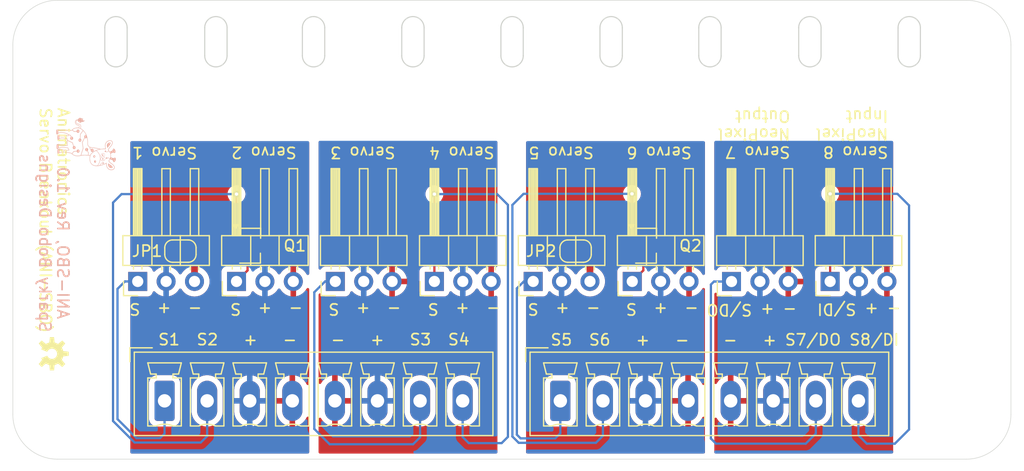
<source format=kicad_pcb>
(kicad_pcb (version 20240108) (generator "pcbnew") (generator_version "8.0")
  (title_block (title "Animatronics - Servo Breakout (ANI-SBO)") (date "2025-02-09") (rev "1.0") (company "Sparky Bobo Designs") (comment 2 "Designed by: SparkyBobo") (comment 3 "https://creativecommons.org/licenses/by-sa/4.0/") (comment 4 "Released under the Creative Commons Attribution Share-Alike 4.0 License"))
  (layers (0 "F.Cu" signal) (31 "B.Cu" signal) (34 "B.Paste" user) (35 "F.Paste" user) (36 "B.SilkS" user "B.Silkscreen") (37 "F.SilkS" user "F.Silkscreen") (38 "B.Mask" user) (39 "F.Mask" user) (44 "Edge.Cuts" user))
  (net 0 "")
  (net 1 "Net-(J1-Pin_2)")
  (net 2 "Net-(J1-Pin_1)")
  (net 3 "Net-(J1-Pin_3)")
  (net 4 "Net-(J2-Pin_3)")
  (net 5 "Net-(J2-Pin_1)")
  (net 6 "Net-(J2-Pin_4)")
  (net 7 "Net-(J2-Pin_5)")
  (net 8 "Net-(J2-Pin_2)")
  (net 9 "Net-(J1-Pin_4)")
  (net 10 "Net-(J1-Pin_5)")
  (net 11 "Net-(J1-Pin_8)")
  (net 12 "Net-(J1-Pin_7)")
  (net 13 "Net-(J1-Pin_6)")
  (net 14 "Net-(J2-Pin_6)")
  (net 15 "Net-(J2-Pin_8)")
  (net 16 "Net-(J2-Pin_7)")
  (net 17 "Net-(JP1-A)")
  (net 18 "Net-(JP2-A)")
  (footprint "Package_TO_SOT_SMD:TSOT-23_HandSoldering" (layer "F.Cu") (at 140.1064 94.1832)
    (property "Reference" "Q1" (at 4.0214 0 0) (layer "F.SilkS"))
    (property "Value" "DMN3404L")
    (pad "1" smd roundrect (at -1.71 -0.95) (size 2 0.65) (layers "F.Cu" "F.Paste" "F.Mask") (net 1 "Net-(J1-Pin_2)"))
    (pad "2" smd roundrect (at -1.71 0.95) (size 2 0.65) (layers "F.Cu" "F.Paste" "F.Mask") (net 17 "Net-(JP1-A)"))
    (pad "3" smd roundrect (at 1.71 0) (size 2 0.65) (layers "F.Cu" "F.Paste" "F.Mask") (net 9 "Net-(J1-Pin_4)"))
  )
  (footprint "Connector_PinHeader_2.54mm:PinHeader_1x03_P2.54mm_Horizontal" (layer "F.Cu") (at 192.024 97.3836 90)
    (property "Reference" "M8" (hide yes))
    (property "Value" "Servo 8")
    (pad "1" thru_hole rect (at 0 0 90) (size 1.7 1.7) (drill 1) (layers "*.Cu" "*.Mask") (net 15 "Net-(J2-Pin_8)"))
    (pad "2" thru_hole oval (at 0 2.54 90) (size 1.7 1.7) (drill 1) (layers "*.Cu" "*.Mask") (net 14 "Net-(J2-Pin_6)"))
    (pad "3" thru_hole oval (at 0 5.08 90) (size 1.7 1.7) (drill 1) (layers "*.Cu" "*.Mask") (net 7 "Net-(J2-Pin_5)"))
  )
  (footprint "Connector_Phoenix_MC:PhoenixContact_MCV_1,5_8-G-3.81_1x08_P3.81mm_Vertical" (layer "F.Cu") (at 132.4752 108.077)
    (property "Reference" "J1" (hide yes))
    (property "Value" "Servos 1-4")
    (pad "1" thru_hole roundrect (at 0 0) (size 1.8 3.6) (drill 1.2) (layers "*.Cu" "*.Mask") (roundrect_rratio 0.138889) (net 2 "Net-(J1-Pin_1)"))
    (pad "2" thru_hole oval (at 3.81 0) (size 1.8 3.6) (drill 1.2) (layers "*.Cu" "*.Mask") (net 1 "Net-(J1-Pin_2)"))
    (pad "3" thru_hole oval (at 7.62 0) (size 1.8 3.6) (drill 1.2) (layers "*.Cu" "*.Mask") (net 3 "Net-(J1-Pin_3)"))
    (pad "4" thru_hole oval (at 11.43 0) (size 1.8 3.6) (drill 1.2) (layers "*.Cu" "*.Mask") (net 9 "Net-(J1-Pin_4)"))
    (pad "5" thru_hole oval (at 15.24 0) (size 1.8 3.6) (drill 1.2) (layers "*.Cu" "*.Mask") (net 10 "Net-(J1-Pin_5)"))
    (pad "6" thru_hole oval (at 19.05 0) (size 1.8 3.6) (drill 1.2) (layers "*.Cu" "*.Mask") (net 13 "Net-(J1-Pin_6)"))
    (pad "7" thru_hole oval (at 22.86 0) (size 1.8 3.6) (drill 1.2) (layers "*.Cu" "*.Mask") (net 12 "Net-(J1-Pin_7)"))
    (pad "8" thru_hole oval (at 26.67 0) (size 1.8 3.6) (drill 1.2) (layers "*.Cu" "*.Mask") (net 11 "Net-(J1-Pin_8)"))
  )
  (footprint "Package_TO_SOT_SMD:TSOT-23_HandSoldering" (layer "F.Cu") (at 175.5312 94.1832)
    (property "Reference" "Q2" (at 3.996 0 0) (layer "F.SilkS"))
    (property "Value" "DMN3404L")
    (pad "1" smd roundrect (at -1.71 -0.95) (size 2 0.65) (layers "F.Cu" "F.Paste" "F.Mask") (net 8 "Net-(J2-Pin_2)"))
    (pad "2" smd roundrect (at -1.71 0.95) (size 2 0.65) (layers "F.Cu" "F.Paste" "F.Mask") (net 18 "Net-(JP2-A)"))
    (pad "3" smd roundrect (at 1.71 0) (size 2 0.65) (layers "F.Cu" "F.Paste" "F.Mask") (net 6 "Net-(J2-Pin_4)"))
  )
  (footprint "Connector_PinHeader_2.54mm:PinHeader_1x03_P2.54mm_Horizontal" (layer "F.Cu") (at 183.1998 97.3898 90)
    (property "Reference" "M7" (hide yes))
    (property "Value" "Servo 7")
    (pad "1" thru_hole rect (at 0 0 90) (size 1.7 1.7) (drill 1) (layers "*.Cu" "*.Mask") (net 16 "Net-(J2-Pin_7)"))
    (pad "2" thru_hole oval (at 0 2.54 90) (size 1.7 1.7) (drill 1) (layers "*.Cu" "*.Mask") (net 14 "Net-(J2-Pin_6)"))
    (pad "3" thru_hole oval (at 0 5.08 90) (size 1.7 1.7) (drill 1) (layers "*.Cu" "*.Mask") (net 7 "Net-(J2-Pin_5)"))
  )
  (footprint "Connector_PinHeader_2.54mm:PinHeader_1x03_P2.54mm_Horizontal" (layer "F.Cu") (at 156.6164 97.3836 90)
    (property "Reference" "M4" (hide yes))
    (property "Value" "Servo 4")
    (pad "1" thru_hole rect (at 0 0 90) (size 1.7 1.7) (drill 1) (layers "*.Cu" "*.Mask") (net 11 "Net-(J1-Pin_8)"))
    (pad "2" thru_hole oval (at 0 2.54 90) (size 1.7 1.7) (drill 1) (layers "*.Cu" "*.Mask") (net 13 "Net-(J1-Pin_6)"))
    (pad "3" thru_hole oval (at 0 5.08 90) (size 1.7 1.7) (drill 1) (layers "*.Cu" "*.Mask") (net 10 "Net-(J1-Pin_5)"))
  )
  (footprint "MountingHole:MountingHole_3.2mm_M3" (layer "F.Cu") (at 204.2 76.2)
    (property "Reference" "H2" (hide yes))
    (property "Value" "MountingHole")
    (pad "" np_thru_hole circle (at 0 0) (size 3.2 3.2) (drill 3.2) (layers "*.Cu" "*.Mask"))
  )
  (footprint "MountingHole:MountingHole_3.2mm_M3" (layer "F.Cu") (at 122.9 109.3)
    (property "Reference" "H3" (hide yes))
    (property "Value" "MountingHole")
    (pad "" np_thru_hole circle (at 0 0) (size 3.2 3.2) (drill 3.2) (layers "F&B.Cu" "*.Mask"))
  )
  (footprint "Connector_PinHeader_2.54mm:PinHeader_1x03_P2.54mm_Horizontal" (layer "F.Cu") (at 147.7518 97.3836 90)
    (property "Reference" "M3" (hide yes))
    (property "Value" "Servo 3")
    (pad "1" thru_hole rect (at 0 0 90) (size 1.7 1.7) (drill 1) (layers "*.Cu" "*.Mask") (net 12 "Net-(J1-Pin_7)"))
    (pad "2" thru_hole oval (at 0 2.54 90) (size 1.7 1.7) (drill 1) (layers "*.Cu" "*.Mask") (net 13 "Net-(J1-Pin_6)"))
    (pad "3" thru_hole oval (at 0 5.08 90) (size 1.7 1.7) (drill 1) (layers "*.Cu" "*.Mask") (net 10 "Net-(J1-Pin_5)"))
  )
  (footprint "MountingHole:MountingHole_3.2mm_M3" (layer "F.Cu") (at 122.9 76.2)
    (property "Reference" "H1" (hide yes))
    (property "Value" "MountingHole")
    (pad "" np_thru_hole circle (at 0 0) (size 3.2 3.2) (drill 3.2) (layers "*.Cu" "*.Mask"))
  )
  (footprint "MountingHole:MountingHole_3.2mm_M3" (layer "F.Cu") (at 204.231399 109.3012)
    (property "Reference" "H4" (hide yes))
    (property "Value" "MountingHole")
    (pad "" np_thru_hole circle (at 0 0) (size 3.2 3.2) (drill 3.2) (layers "*.Cu" "*.Mask"))
  )
  (footprint "footprints:OSHW-LOGO-S" (layer "F.Cu") (at 122.40133 103.8606 -90)
    (property "Reference" "" (at 0 0 90) (layer "F.SilkS") (effects (font (size 1.524 1.524))))
    (property "Value" "" (at 0 0 90) (layer "F.SilkS") (effects (font (size 1.524 1.524))))
  )
  (footprint "Jumper:SolderJumper-2_P1.3mm_Bridged2Bar_RoundedPad1.0x1.5mm" (layer "F.Cu") (at 169.2506 94.6658 180)
    (property "Reference" "JP2" (at 3.0838 0 0) (layer "F.SilkS"))
    (property "Value" "Always-On")
    (fp_poly (pts (xy -0.25 0.2) (xy 0.25 0.2) (xy 0.25 0.6) (xy -0.25 0.6)) (fill solid) (layer "F.Cu"))
    (fp_poly (pts (xy -0.25 -0.6) (xy 0.25 -0.6) (xy 0.25 -0.2) (xy -0.25 -0.2)) (fill solid) (layer "F.Cu"))
    (pad "1" smd custom (at -0.65 0 180) (size 1 0.5) (layers "F.Cu" "F.Mask") (net 18 "Net-(JP2-A)") (options (clearance outline) (anchor rect)) (primitives (gr_circle (center 0 0.25) (end 0.5 0.25) (width 0) (fill yes)) (gr_circle (center 0 -0.25) (end 0.5 -0.25) (width 0) (fill yes)) (gr_poly (pts (xy 0.5 0.75) (xy 0 0.75) (xy 0 -0.75) (xy 0.5 -0.75)) (width 0) (fill yes))))
    (pad "2" smd custom (at 0.65 0 180) (size 1 0.5) (layers "F.Cu" "F.Mask") (net 6 "Net-(J2-Pin_4)") (options (clearance outline) (anchor rect)) (primitives (gr_circle (center 0 0.25) (end 0.5 0.25) (width 0) (fill yes)) (gr_circle (center 0 -0.25) (end 0.5 -0.25) (width 0) (fill yes)) (gr_poly (pts (xy 0 0.75) (xy -0.5 0.75) (xy -0.5 -0.75) (xy 0 -0.75)) (width 0) (fill yes))))
  )
  (footprint "Connector_Phoenix_MC:PhoenixContact_MCV_1,5_8-G-3.81_1x08_P3.81mm_Vertical" (layer "F.Cu") (at 167.8848 108.077)
    (property "Reference" "J2" (hide yes))
    (property "Value" "Servos 5-8")
    (pad "1" thru_hole roundrect (at 0 0) (size 1.8 3.6) (drill 1.2) (layers "*.Cu" "*.Mask") (roundrect_rratio 0.138889) (net 5 "Net-(J2-Pin_1)"))
    (pad "2" thru_hole oval (at 3.81 0) (size 1.8 3.6) (drill 1.2) (layers "*.Cu" "*.Mask") (net 8 "Net-(J2-Pin_2)"))
    (pad "3" thru_hole oval (at 7.62 0) (size 1.8 3.6) (drill 1.2) (layers "*.Cu" "*.Mask") (net 4 "Net-(J2-Pin_3)"))
    (pad "4" thru_hole oval (at 11.43 0) (size 1.8 3.6) (drill 1.2) (layers "*.Cu" "*.Mask") (net 6 "Net-(J2-Pin_4)"))
    (pad "5" thru_hole oval (at 15.24 0) (size 1.8 3.6) (drill 1.2) (layers "*.Cu" "*.Mask") (net 7 "Net-(J2-Pin_5)"))
    (pad "6" thru_hole oval (at 19.05 0) (size 1.8 3.6) (drill 1.2) (layers "*.Cu" "*.Mask") (net 14 "Net-(J2-Pin_6)"))
    (pad "7" thru_hole oval (at 22.86 0) (size 1.8 3.6) (drill 1.2) (layers "*.Cu" "*.Mask") (net 16 "Net-(J2-Pin_7)"))
    (pad "8" thru_hole oval (at 26.67 0) (size 1.8 3.6) (drill 1.2) (layers "*.Cu" "*.Mask") (net 15 "Net-(J2-Pin_8)"))
  )
  (footprint "Connector_PinHeader_2.54mm:PinHeader_1x03_P2.54mm_Horizontal" (layer "F.Cu") (at 138.9126 97.3836 90)
    (property "Reference" "M2" (hide yes))
    (property "Value" "Servo 2")
    (pad "1" thru_hole rect (at 0 0 90) (size 1.7 1.7) (drill 1) (layers "*.Cu" "*.Mask") (net 1 "Net-(J1-Pin_2)"))
    (pad "2" thru_hole oval (at 0 2.54 90) (size 1.7 1.7) (drill 1) (layers "*.Cu" "*.Mask") (net 3 "Net-(J1-Pin_3)"))
    (pad "3" thru_hole oval (at 0 5.08 90) (size 1.7 1.7) (drill 1) (layers "*.Cu" "*.Mask") (net 9 "Net-(J1-Pin_4)"))
  )
  (footprint "Connector_PinHeader_2.54mm:PinHeader_1x03_P2.54mm_Horizontal" (layer "F.Cu") (at 165.4556 97.3836 90)
    (property "Reference" "M5" (hide yes))
    (property "Value" "Servo 5")
    (pad "1" thru_hole rect (at 0 0 90) (size 1.7 1.7) (drill 1) (layers "*.Cu" "*.Mask") (net 5 "Net-(J2-Pin_1)"))
    (pad "2" thru_hole oval (at 0 2.54 90) (size 1.7 1.7) (drill 1) (layers "*.Cu" "*.Mask") (net 4 "Net-(J2-Pin_3)"))
    (pad "3" thru_hole oval (at 0 5.08 90) (size 1.7 1.7) (drill 1) (layers "*.Cu" "*.Mask") (net 18 "Net-(JP2-A)"))
  )
  (footprint "Connector_PinHeader_2.54mm:PinHeader_1x03_P2.54mm_Horizontal" (layer "F.Cu") (at 174.3202 97.3836 90)
    (property "Reference" "M6" (hide yes))
    (property "Value" "Servo 6")
    (pad "1" thru_hole rect (at 0 0 90) (size 1.7 1.7) (drill 1) (layers "*.Cu" "*.Mask") (net 8 "Net-(J2-Pin_2)"))
    (pad "2" thru_hole oval (at 0 2.54 90) (size 1.7 1.7) (drill 1) (layers "*.Cu" "*.Mask") (net 4 "Net-(J2-Pin_3)"))
    (pad "3" thru_hole oval (at 0 5.08 90) (size 1.7 1.7) (drill 1) (layers "*.Cu" "*.Mask") (net 6 "Net-(J2-Pin_4)"))
  )
  (footprint "Connector_PinHeader_2.54mm:PinHeader_1x03_P2.54mm_Horizontal" (layer "F.Cu") (at 130.0734 97.3836 90)
    (property "Reference" "M1" (hide yes))
    (property "Value" "Servo 1")
    (pad "1" thru_hole rect (at 0 0 90) (size 1.7 1.7) (drill 1) (layers "*.Cu" "*.Mask") (net 2 "Net-(J1-Pin_1)"))
    (pad "2" thru_hole oval (at 0 2.54 90) (size 1.7 1.7) (drill 1) (layers "*.Cu" "*.Mask") (net 3 "Net-(J1-Pin_3)"))
    (pad "3" thru_hole oval (at 0 5.08 90) (size 1.7 1.7) (drill 1) (layers "*.Cu" "*.Mask") (net 17 "Net-(JP1-A)"))
  )
  (footprint "Jumper:SolderJumper-2_P1.3mm_Bridged2Bar_RoundedPad1.0x1.5mm" (layer "F.Cu") (at 133.8938 94.6658 180)
    (property "Reference" "JP1" (at 2.9822 0 0) (layer "F.SilkS"))
    (property "Value" "Always-On")
    (fp_poly (pts (xy -0.25 0.2) (xy 0.25 0.2) (xy 0.25 0.6) (xy -0.25 0.6)) (fill solid) (layer "F.Cu"))
    (fp_poly (pts (xy -0.25 -0.6) (xy 0.25 -0.6) (xy 0.25 -0.2) (xy -0.25 -0.2)) (fill solid) (layer "F.Cu"))
    (pad "1" smd custom (at -0.65 0 180) (size 1 0.5) (layers "F.Cu" "F.Mask") (net 17 "Net-(JP1-A)") (options (clearance outline) (anchor rect)) (primitives (gr_circle (center 0 0.25) (end 0.5 0.25) (width 0) (fill yes)) (gr_circle (center 0 -0.25) (end 0.5 -0.25) (width 0) (fill yes)) (gr_poly (pts (xy 0.5 0.75) (xy 0 0.75) (xy 0 -0.75) (xy 0.5 -0.75)) (width 0) (fill yes))))
    (pad "2" smd custom (at 0.65 0 180) (size 1 0.5) (layers "F.Cu" "F.Mask") (net 9 "Net-(J1-Pin_4)") (options (clearance outline) (anchor rect)) (primitives (gr_circle (center 0 0.25) (end 0.5 0.25) (width 0) (fill yes)) (gr_circle (center 0 -0.25) (end 0.5 -0.25) (width 0) (fill yes)) (gr_poly (pts (xy 0 0.75) (xy -0.5 0.75) (xy -0.5 -0.75) (xy 0 -0.75)) (width 0) (fill yes))))
  )
  (footprint "footprints:logo_cr_5x5" (layer "B.Cu") (at 125.4506 85.0646 90)
    (property "Reference" "G***" (hide yes))
    (property "Value" "LOGO" (hide yes))
  )
  (gr_line (start 180.2704 74.66) (end 180.2704 77.1652) (stroke (width 0.1)) (layer "Edge.Cuts"))
  (gr_arc (start 204.2 72.2) (mid 207.028427 73.371573) (end 208.2 76.2) (stroke (width 0.05)) (layer "Edge.Cuts"))
  (gr_line (start 200.1012 74.66) (end 200.1012 77.1652) (stroke (width 0.1)) (layer "Edge.Cuts"))
  (gr_arc (start 138.0678 77.1652) (mid 137.0678 78.1652) (end 136.0678 77.1652) (stroke (width 0.1)) (layer "Edge.Cuts"))
  (gr_line (start 127.127 74.66) (end 127.127 77.1652) (stroke (width 0.1)) (layer "Edge.Cuts"))
  (gr_line (start 138.0678 74.66) (end 138.0678 77.1652) (stroke (width 0.1)) (layer "Edge.Cuts"))
  (gr_arc (start 189.2112 74.66) (mid 190.2112 73.66) (end 191.2112 74.66) (stroke (width 0.1)) (layer "Edge.Cuts"))
  (gr_arc (start 136.0678 74.66) (mid 137.0678 73.66) (end 138.0678 74.66) (stroke (width 0.1)) (layer "Edge.Cuts"))
  (gr_arc (start 200.1012 77.1652) (mid 199.1012 78.1652) (end 198.1012 77.1652) (stroke (width 0.1)) (layer "Edge.Cuts"))
  (gr_line (start 204.2 113.3) (end 122.9 113.3) (stroke (width 0.05)) (layer "Edge.Cuts"))
  (gr_line (start 164.5666 74.66) (end 164.5666 77.1652) (stroke (width 0.1)) (layer "Edge.Cuts"))
  (gr_line (start 198.1012 74.66) (end 198.1012 77.1652) (stroke (width 0.1)) (layer "Edge.Cuts"))
  (gr_arc (start 191.2112 77.1652) (mid 190.2112 78.1652) (end 189.2112 77.1652) (stroke (width 0.1)) (layer "Edge.Cuts"))
  (gr_line (start 173.4312 74.66) (end 173.4312 77.1652) (stroke (width 0.1)) (layer "Edge.Cuts"))
  (gr_line (start 191.2112 74.66) (end 191.2112 77.1652) (stroke (width 0.1)) (layer "Edge.Cuts"))
  (gr_line (start 153.6954 74.66) (end 153.6954 77.1652) (stroke (width 0.1)) (layer "Edge.Cuts"))
  (gr_arc (start 129.127 77.1652) (mid 128.127 78.1652) (end 127.127 77.1652) (stroke (width 0.1)) (layer "Edge.Cuts"))
  (gr_line (start 136.0678 74.66) (end 136.0678 77.1652) (stroke (width 0.1)) (layer "Edge.Cuts"))
  (gr_line (start 155.6954 74.66) (end 155.6954 77.1652) (stroke (width 0.1)) (layer "Edge.Cuts"))
  (gr_arc (start 155.6954 77.1652) (mid 154.6954 78.1652) (end 153.6954 77.1652) (stroke (width 0.1)) (layer "Edge.Cuts"))
  (gr_arc (start 118.9 76.2) (mid 120.071573 73.371573) (end 122.9 72.2) (stroke (width 0.05)) (layer "Edge.Cuts"))
  (gr_line (start 182.2704 74.66) (end 182.2704 77.1652) (stroke (width 0.1)) (layer "Edge.Cuts"))
  (gr_arc (start 162.5666 74.66) (mid 163.5666 73.66) (end 164.5666 74.66) (stroke (width 0.1)) (layer "Edge.Cuts"))
  (gr_line (start 144.8054 74.66) (end 144.8054 77.1652) (stroke (width 0.1)) (layer "Edge.Cuts"))
  (gr_arc (start 146.8054 77.1652) (mid 145.8054 78.1652) (end 144.8054 77.1652) (stroke (width 0.1)) (layer "Edge.Cuts"))
  (gr_arc (start 164.5666 77.1652) (mid 163.5666 78.1652) (end 162.5666 77.1652) (stroke (width 0.1)) (layer "Edge.Cuts"))
  (gr_arc (start 153.6954 74.66) (mid 154.6954 73.66) (end 155.6954 74.66) (stroke (width 0.1)) (layer "Edge.Cuts"))
  (gr_arc (start 144.8054 74.66) (mid 145.8054 73.66) (end 146.8054 74.66) (stroke (width 0.1)) (layer "Edge.Cuts"))
  (gr_line (start 171.4312 74.66) (end 171.4312 77.1652) (stroke (width 0.1)) (layer "Edge.Cuts"))
  (gr_arc (start 171.4312 74.66) (mid 172.4312 73.66) (end 173.4312 74.66) (stroke (width 0.1)) (layer "Edge.Cuts"))
  (gr_line (start 118.9 109.3) (end 118.9 76.2) (stroke (width 0.05)) (layer "Edge.Cuts"))
  (gr_line (start 208.2 76.2) (end 208.2 109.3) (stroke (width 0.05)) (layer "Edge.Cuts"))
  (gr_line (start 129.127 74.66) (end 129.127 77.1652) (stroke (width 0.1)) (layer "Edge.Cuts"))
  (gr_line (start 122.9 72.2) (end 204.2 72.2) (stroke (width 0.05)) (layer "Edge.Cuts"))
  (gr_arc (start 198.1012 74.66) (mid 199.1012 73.66) (end 200.1012 74.66) (stroke (width 0.1)) (layer "Edge.Cuts"))
  (gr_arc (start 122.9 113.3) (mid 120.071573 112.128427) (end 118.9 109.3) (stroke (width 0.05)) (layer "Edge.Cuts"))
  (gr_line (start 162.5666 74.66) (end 162.5666 77.1652) (stroke (width 0.1)) (layer "Edge.Cuts"))
  (gr_arc (start 182.2704 77.1652) (mid 181.2704 78.1652) (end 180.2704 77.1652) (stroke (width 0.1)) (layer "Edge.Cuts"))
  (gr_line (start 189.2112 74.66) (end 189.2112 77.1652) (stroke (width 0.1)) (layer "Edge.Cuts"))
  (gr_arc (start 180.2704 74.66) (mid 181.2704 73.66) (end 182.2704 74.66) (stroke (width 0.1)) (layer "Edge.Cuts"))
  (gr_line (start 146.8054 74.66) (end 146.8054 77.1652) (stroke (width 0.1)) (layer "Edge.Cuts"))
  (gr_arc (start 208.2 109.3) (mid 207.028427 112.128427) (end 204.2 113.3) (stroke (width 0.05)) (layer "Edge.Cuts"))
  (gr_arc (start 127.127 74.66) (mid 128.127 73.66) (end 129.127 74.66) (stroke (width 0.1)) (layer "Edge.Cuts"))
  (gr_arc (start 173.4312 77.1652) (mid 172.4312 78.1652) (end 171.4312 77.1652) (stroke (width 0.1)) (layer "Edge.Cuts"))
  (gr_text "ANI-SBO, Rev 1.0\nSparky Bobo Designs\n" (at 121.1834 93.9292 270) (layer "B.SilkS") (effects (font (size 1 1)) (justify bottom mirror)))
  (gr_text "Animatronics\nServo Breakout (ANI-SBO)" (at 121.2342 81.7372 270) (layer "F.SilkS") (effects (font (size 1 1)) (justify left bottom)))
  (gr_text "S5  S6   +   -" (at 166.9288 103.2002 0) (layer "F.SilkS") (effects (font (size 1 1)) (justify left bottom)))
  (gr_text "Servo 4" (at 162.0774 85.2424 180) (layer "F.SilkS") (effects (font (size 1 1)) (justify left bottom)))
  (gr_text "- + S/DI" (at 198.4502 99.2886 180) (layer "F.SilkS") (effects (font (size 1 1)) (justify left bottom)))
  (gr_text "-   + S7/DO S8/DI" (at 182.372 103.2002 0) (layer "F.SilkS") (effects (font (size 1 1)) (justify left bottom)))
  (gr_text "-  +  S" (at 180.34 99.2632 180) (layer "F.SilkS") (effects (font (size 1 1)) (justify left bottom)))
  (gr_text "S1  S2   +   -" (at 131.826 103.1748 0) (layer "F.SilkS") (effects (font (size 1 1)) (justify left bottom)))
  (gr_text "-   +   S3  S4" (at 147.2692 103.1748 0) (layer "F.SilkS") (effects (font (size 1 1)) (justify left bottom)))
  (gr_text "Servo 6" (at 179.7304 85.2424 180) (layer "F.SilkS") (effects (font (size 1 1)) (justify left bottom)))
  (gr_text "Servo 5" (at 170.9674 85.2424 180) (layer "F.SilkS") (effects (font (size 1 1)) (justify left bottom)))
  (gr_text "Servo 7\nNeoPixel\nOutput" (at 188.5442 81.9912 180) (layer "F.SilkS") (effects (font (size 1 1)) (justify left bottom)))
  (gr_text "-  +  S" (at 144.9324 99.2632 180) (layer "F.SilkS") (effects (font (size 1 1)) (justify left bottom)))
  (gr_text "Servo 3" (at 153.2128 85.2424 180) (layer "F.SilkS") (effects (font (size 1 1)) (justify left bottom)))
  (gr_text "-  +  S" (at 162.6108 99.2632 180) (layer "F.SilkS") (effects (font (size 1 1)) (justify left bottom)))
  (gr_text "-  +  S" (at 171.5516 99.2632 180) (layer "F.SilkS") (effects (font (size 1 1)) (justify left bottom)))
  (gr_text "-  +  S" (at 153.7208 99.2632 180) (layer "F.SilkS") (effects (font (size 1 1)) (justify left bottom)))
  (gr_text "Servo 8\nNeoPixel\nInput" (at 197.3072 81.9912 180) (layer "F.SilkS") (effects (font (size 1 1)) (justify left bottom)))
  (gr_text "Servo 1" (at 135.4836 85.2678 180) (layer "F.SilkS") (effects (font (size 1 1)) (justify left bottom)))
  (gr_text "Servo 2" (at 144.3736 85.2424 180) (layer "F.SilkS") (effects (font (size 1 1)) (justify left bottom)))
  (gr_text "-  +  S" (at 135.9154 99.2632 180) (layer "F.SilkS") (effects (font (size 1 1)) (justify left bottom)))
  (gr_text "- + S/DO" (at 189.1284 99.3394 180) (layer "F.SilkS") (effects (font (size 1 1)) (justify left bottom)))
  (segment (start 138.9126 92.717) (end 138.3964 93.2332) (width 0.2) (layer "F.Cu") (net 1))
  (segment (start 139.9032 93.7768) (end 139.3596 93.2332) (width 0.2) (layer "F.Cu") (net 1))
  (segment (start 138.9126 89.5604) (end 138.9126 92.717) (width 0.2) (layer "F.Cu") (net 1))
  (segment (start 139.3596 93.2332) (end 138.9216 93.2332) (width 0.2) (layer "F.Cu") (net 1))
  (segment (start 138.9126 97.3836) (end 139.9032 96.393) (width 0.2) (layer "F.Cu") (net 1))
  (segment (start 138.9216 89.5694) (end 138.9126 89.5604) (width 0.2) (layer "F.Cu") (net 1))
  (segment (start 139.9032 96.393) (end 139.9032 93.7768) (width 0.2) (layer "F.Cu") (net 1))
  (via (at 138.9126 89.5604) (size 0.6) (drill 0.3) (layers "F.Cu" "B.Cu") (net 1))
  (segment (start 136.2852 108.077) (end 136.2852 111.2378) (width 0.2) (layer "B.Cu") (net 1))
  (segment (start 127.8636 109.8804) (end 127.8636 90.3224) (width 0.2) (layer "B.Cu") (net 1))
  (segment (start 127.8636 90.3224) (end 128.6256 89.5604) (width 0.2) (layer "B.Cu") (net 1))
  (segment (start 129.794 111.8108) (end 127.8636 109.8804) (width 0.2) (layer "B.Cu") (net 1))
  (segment (start 136.2852 111.2378) (end 135.7122 111.8108) (width 0.2) (layer "B.Cu") (net 1))
  (segment (start 135.7122 111.8108) (end 129.794 111.8108) (width 0.2) (layer "B.Cu") (net 1))
  (segment (start 128.6256 89.5604) (end 138.9126 89.5604) (width 0.2) (layer "B.Cu") (net 1))
  (segment (start 128.9304 97.3836) (end 130.0734 97.3836) (width 0.2) (layer "B.Cu") (net 2))
  (segment (start 132.0736 111.4108) (end 129.959686 111.4108) (width 0.2) (layer "B.Cu") (net 2))
  (segment (start 129.959686 111.4108) (end 128.2636 109.714714) (width 0.2) (layer "B.Cu") (net 2))
  (segment (start 128.2636 98.0504) (end 128.9304 97.3836) (width 0.2) (layer "B.Cu") (net 2))
  (segment (start 128.2636 109.714714) (end 128.2636 98.0504) (width 0.2) (layer "B.Cu") (net 2))
  (segment (start 132.4752 111.0092) (end 132.0736 111.4108) (width 0.2) (layer "B.Cu") (net 2))
  (segment (start 132.4752 108.077) (end 132.4752 111.0092) (width 0.2) (layer "B.Cu") (net 2))
  (segment (start 176.724 97.5198) (end 176.8602 97.3836) (width 0.6) (layer "B.Cu") (net 4))
  (segment (start 163.995 111.105314) (end 164.325886 111.4362) (width 0.2) (layer "B.Cu") (net 5))
  (segment (start 163.995 98.006) (end 163.995 111.105314) (width 0.2) (layer "B.Cu") (net 5))
  (segment (start 164.325886 111.4362) (end 167.4304 111.4362) (width 0.2) (layer "B.Cu") (net 5))
  (segment (start 165.4556 97.3836) (end 164.6174 97.3836) (width 0.2) (layer "B.Cu") (net 5))
  (segment (start 167.4304 111.4362) (end 167.8848 110.9818) (width 0.2) (layer "B.Cu") (net 5))
  (segment (start 164.6174 97.3836) (end 163.995 98.006) (width 0.2) (layer "B.Cu") (net 5))
  (segment (start 167.8848 110.9818) (end 167.8848 108.077) (width 0.2) (layer "B.Cu") (net 5))
  (segment (start 175.3108 96.393) (end 175.3108 93.726) (width 0.2) (layer "F.Cu") (net 8))
  (segment (start 173.8212 93.2332) (end 174.2948 92.7596) (width 0.2) (layer "F.Cu") (net 8))
  (segment (start 174.3202 97.3836) (end 175.3108 96.393) (width 0.2) (layer "F.Cu") (net 8))
  (segment (start 174.2948 92.7596) (end 174.2948 89.535) (width 0.2) (layer "F.Cu") (net 8))
  (segment (start 174.818 93.2332) (end 173.8212 93.2332) (width 0.2) (layer "F.Cu") (net 8))
  (segment (start 175.3108 93.726) (end 174.818 93.2332) (width 0.2) (layer "F.Cu") (net 8))
  (via (at 174.2948 89.535) (size 0.6) (drill 0.3) (layers "F.Cu" "B.Cu") (net 8))
  (segment (start 163.595 90.532) (end 164.592 89.535) (width 0.2) (layer "B.Cu") (net 8))
  (segment (start 171.6948 111.2104) (end 171.069 111.8362) (width 0.2) (layer "B.Cu") (net 8))
  (segment (start 171.6948 108.077) (end 171.6948 111.2104) (width 0.2) (layer "B.Cu") (net 8))
  (segment (start 171.069 111.8362) (end 164.1602 111.8362) (width 0.2) (layer "B.Cu") (net 8))
  (segment (start 163.595 111.271) (end 163.595 90.532) (width 0.2) (layer "B.Cu") (net 8))
  (segment (start 164.592 89.535) (end 174.2948 89.535) (width 0.2) (layer "B.Cu") (net 8))
  (segment (start 164.1602 111.8362) (end 163.595 111.271) (width 0.2) (layer "B.Cu") (net 8))
  (segment (start 156.6164 97.3836) (end 156.6164 89.5604) (width 0.2) (layer "F.Cu") (net 11))
  (via (at 156.6164 89.5604) (size 0.6) (drill 0.3) (layers "F.Cu" "B.Cu") (net 11))
  (segment (start 162.6362 111.8616) (end 159.6898 111.8616) (width 0.2) (layer "B.Cu") (net 11))
  (segment (start 163.195 90.5256) (end 162.2298 89.5604) (width 0.2) (layer "B.Cu") (net 11))
  (segment (start 163.195 111.3028) (end 162.6362 111.8616) (width 0.2) (layer "B.Cu") (net 11))
  (segment (start 159.6898 111.8616) (end 159.1452 111.317) (width 0.2) (layer "B.Cu") (net 11))
  (segment (start 159.1452 111.317) (end 159.1452 108.077) (width 0.2) (layer "B.Cu") (net 11))
  (segment (start 162.2298 89.5604) (end 156.6164 89.5604) (width 0.2) (layer "B.Cu") (net 11))
  (segment (start 163.195 90.5256) (end 163.195 111.3028) (width 0.2) (layer "B.Cu") (net 11))
  (segment (start 147.7518 97.3836) (end 146.8374 97.3836) (width 0.2) (layer "B.Cu") (net 12))
  (segment (start 145.8722 110.5916) (end 147.2438 111.9632) (width 0.2) (layer "B.Cu") (net 12))
  (segment (start 154.7114 111.9632) (end 155.3352 111.3394) (width 0.2) (layer "B.Cu") (net 12))
  (segment (start 147.2438 111.9632) (end 154.7114 111.9632) (width 0.2) (layer "B.Cu") (net 12))
  (segment (start 155.3352 111.3394) (end 155.3352 108.077) (width 0.2) (layer "B.Cu") (net 12))
  (segment (start 145.8722 98.3488) (end 145.8722 110.5916) (width 0.2) (layer "B.Cu") (net 12))
  (segment (start 146.8374 97.3836) (end 145.8722 98.3488) (width 0.2) (layer "B.Cu") (net 12))
  (segment (start 192.024 89.535) (end 192.024 97.3836) (width 0.2) (layer "F.Cu") (net 15))
  (via (at 192.024 89.535) (size 0.6) (drill 0.3) (layers "F.Cu" "B.Cu") (net 15))
  (segment (start 194.5548 108.077) (end 194.5548 111.1666) (width 0.2) (layer "B.Cu") (net 15))
  (segment (start 197.8152 111.9124) (end 199.0852 110.6424) (width 0.2) (layer "B.Cu") (net 15))
  (segment (start 199.0852 110.6424) (end 199.0852 90.5764) (width 0.2) (layer "B.Cu") (net 15))
  (segment (start 198.0438 89.535) (end 192.024 89.535) (width 0.2) (layer "B.Cu") (net 15))
  (segment (start 195.3006 111.9124) (end 197.8152 111.9124) (width 0.2) (layer "B.Cu") (net 15))
  (segment (start 194.5548 111.1666) (end 195.3006 111.9124) (width 0.2) (layer "B.Cu") (net 15))
  (segment (start 199.0852 90.5764) (end 198.0438 89.535) (width 0.2) (layer "B.Cu") (net 15))
  (segment (start 181.8132 111.9124) (end 189.8396 111.9124) (width 0.2) (layer "B.Cu") (net 16))
  (segment (start 181.356 111.4552) (end 181.8132 111.9124) (width 0.2) (layer "B.Cu") (net 16))
  (segment (start 183.1998 97.3898) (end 181.6292 97.3898) (width 0.2) (layer "B.Cu") (net 16))
  (segment (start 189.8396 111.9124) (end 190.7448 111.0072) (width 0.2) (layer "B.Cu") (net 16))
  (segment (start 181.356 97.663) (end 181.356 111.4552) (width 0.2) (layer "B.Cu") (net 16))
  (segment (start 181.6292 97.3898) (end 181.356 97.663) (width 0.2) (layer "B.Cu") (net 16))
  (segment (start 190.7448 111.0072) (end 190.7448 108.077) (width 0.2) (layer "B.Cu") (net 16))
  (segment (start 135.0112 95.1332) (end 134.5438 94.6658) (width 0.6) (layer "F.Cu") (net 17))
  (segment (start 135.0112 95.1332) (end 135.1534 95.2754) (width 0.6) (layer "F.Cu") (net 17))
  (segment (start 138.3964 95.1332) (end 135.0112 95.1332) (width 0.6) (layer "F.Cu") (net 17))
  (segment (start 135.1534 95.2754) (end 135.1534 97.3836) (width 0.6) (layer "F.Cu") (net 17))
  (segment (start 170.5356 95.25) (end 170.5356 97.3836) (width 0.6) (layer "F.Cu") (net 18))
  (segment (start 173.8212 95.1332) (end 170.368 95.1332) (width 0.6) (layer "F.Cu") (net 18))
  (segment (start 170.5204 95.1332) (end 170.5864 95.1992) (width 0.6) (layer "F.Cu") (net 18))
  (segment (start 170.368 95.1332) (end 169.9006 94.6658) (width 0.6) (layer "F.Cu") (net 18))
  (segment (start 170.368 95.1332) (end 170.5204 95.1332) (width 0.6) (layer "F.Cu") (net 18))
  (segment (start 170.5864 95.1992) (end 170.5356 95.25) (width 0.6) (layer "F.Cu") (net 18))
  (zone (net 7) (net_name "Net-(J2-Pin_5)") (layer "F.Cu") (connect_pads (clearance 0.5)) (min_thickness 0.25) (fill yes (thermal_gap 0.5) (thermal_bridge_width 0.5))
    (polygon (pts (xy 197.6628 84.8106) (xy 197.6628 113.2586) (xy 181.6608 113.2586) (xy 181.6608 84.8106)))
  )
  (zone (net 9) (net_name "Net-(J1-Pin_4)") (layer "F.Cu") (connect_pads (clearance 0.5)) (min_thickness 0.25) (fill yes (thermal_gap 0.5) (thermal_bridge_width 0.5))
    (polygon (pts (xy 145.415 84.836) (xy 145.415 113.284) (xy 129.413 113.284) (xy 129.413 84.836)))
  )
  (zone (net 6) (net_name "Net-(J2-Pin_4)") (layer "F.Cu") (connect_pads (clearance 0.5)) (min_thickness 0.25) (fill yes (thermal_gap 0.5) (thermal_bridge_width 0.5))
    (polygon (pts (xy 180.8226 84.836) (xy 180.8226 113.284) (xy 164.8206 113.284) (xy 164.8206 84.836)))
  )
  (zone (net 10) (net_name "Net-(J1-Pin_5)") (layer "F.Cu") (connect_pads (clearance 0.5)) (min_thickness 0.25) (fill yes (thermal_gap 0.5) (thermal_bridge_width 0.5))
    (polygon (pts (xy 162.2552 84.8106) (xy 162.2552 113.2586) (xy 146.2532 113.2586) (xy 146.2532 84.8106)))
  )
  (zone (net 4) (net_name "Net-(J2-Pin_3)") (layer "B.Cu") (connect_pads (clearance 0.5)) (min_thickness 0.25) (fill yes (thermal_gap 0.5) (thermal_bridge_width 0.5))
    (polygon (pts (xy 180.8226 84.8106) (xy 180.8226 113.2586) (xy 164.8206 113.2586) (xy 164.8206 84.8106)))
  )
  (zone (net 3) (net_name "Net-(J1-Pin_3)") (layer "B.Cu") (connect_pads (clearance 0.5)) (min_thickness 0.25) (fill yes (thermal_gap 0.5) (thermal_bridge_width 0.5))
    (polygon (pts (xy 145.415 84.8106) (xy 145.415 113.2586) (xy 129.413 113.2586) (xy 129.413 84.8106)))
  )
  (zone (net 14) (net_name "Net-(J2-Pin_6)") (layer "B.Cu") (connect_pads (clearance 0.5)) (min_thickness 0.25) (fill yes (thermal_gap 0.5) (thermal_bridge_width 0.5))
    (polygon (pts (xy 197.6628 84.7852) (xy 197.6628 113.2332) (xy 181.6608 113.2332) (xy 181.6608 84.7852)))
  )
  (zone (net 13) (net_name "Net-(J1-Pin_6)") (layer "B.Cu") (connect_pads (clearance 0.5)) (min_thickness 0.25) (fill yes (thermal_gap 0.5) (thermal_bridge_width 0.5))
    (polygon (pts (xy 162.2552 84.7852) (xy 162.2552 113.2332) (xy 146.2532 113.2332) (xy 146.2532 84.7852)))
  )
)
</source>
